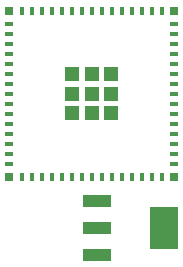
<source format=gbr>
%TF.GenerationSoftware,KiCad,Pcbnew,8.0.4*%
%TF.CreationDate,2024-12-20T20:39:33-05:00*%
%TF.ProjectId,SurroundSensePCB,53757272-6f75-46e6-9453-656e73655043,rev?*%
%TF.SameCoordinates,Original*%
%TF.FileFunction,Paste,Top*%
%TF.FilePolarity,Positive*%
%FSLAX46Y46*%
G04 Gerber Fmt 4.6, Leading zero omitted, Abs format (unit mm)*
G04 Created by KiCad (PCBNEW 8.0.4) date 2024-12-20 20:39:33*
%MOMM*%
%LPD*%
G01*
G04 APERTURE LIST*
%ADD10R,2.470000X0.980000*%
%ADD11R,2.470000X3.600000*%
%ADD12R,0.800000X0.400000*%
%ADD13R,0.400000X0.800000*%
%ADD14R,0.800000X0.800000*%
%ADD15R,1.200000X1.200000*%
G04 APERTURE END LIST*
D10*
%TO.C,U3*%
X136611000Y-95236000D03*
X136611000Y-97536000D03*
X136611000Y-99836000D03*
D11*
X142281000Y-97536000D03*
%TD*%
D12*
%TO.C,U1*%
X129163500Y-80257000D03*
X129163500Y-81107000D03*
X129163500Y-81957000D03*
X129163500Y-82807000D03*
X129163500Y-83657000D03*
X129163500Y-84507000D03*
X129163500Y-85357000D03*
X129163500Y-86207000D03*
X129163500Y-87057000D03*
X129163500Y-87907000D03*
X129163500Y-88757000D03*
X129163500Y-89607000D03*
X129163500Y-90457000D03*
X129163500Y-91307000D03*
X129163500Y-92157000D03*
D13*
X130188500Y-93232000D03*
X131038500Y-93232000D03*
X131888500Y-93232000D03*
X132738500Y-93232000D03*
X133588500Y-93232000D03*
X134438500Y-93232000D03*
X135288500Y-93232000D03*
X136138500Y-93232000D03*
X136988500Y-93232000D03*
X137838500Y-93232000D03*
X138688500Y-93232000D03*
X139538500Y-93232000D03*
X140388500Y-93232000D03*
X141238500Y-93232000D03*
X142088500Y-93232000D03*
D12*
X143113500Y-92157000D03*
X143113500Y-91307000D03*
X143113500Y-90457000D03*
X143113500Y-89607000D03*
X143113500Y-88757000D03*
X143113500Y-87907000D03*
X143113500Y-87057000D03*
X143113500Y-86207000D03*
X143113500Y-85357000D03*
X143113500Y-84507000D03*
X143113500Y-83657000D03*
X143113500Y-82807000D03*
X143113500Y-81957000D03*
X143113500Y-81107000D03*
X143113500Y-80257000D03*
D13*
X142088500Y-79182000D03*
X141238500Y-79182000D03*
X140388500Y-79182000D03*
X139538500Y-79182000D03*
X138688500Y-79182000D03*
X137838500Y-79182000D03*
X136988500Y-79182000D03*
X136138500Y-79182000D03*
X135288500Y-79182000D03*
X134438500Y-79182000D03*
X133588500Y-79182000D03*
X132738500Y-79182000D03*
X131888500Y-79182000D03*
X131038500Y-79182000D03*
X130188500Y-79182000D03*
D14*
X129138500Y-79207000D03*
X129138500Y-93207000D03*
D15*
X134488500Y-84557000D03*
X134488500Y-86207000D03*
X134488500Y-87857000D03*
X136138500Y-84557000D03*
X136138500Y-86207000D03*
X136138500Y-87857000D03*
X137788500Y-84557000D03*
X137788500Y-86207000D03*
X137788500Y-87857000D03*
D14*
X143138500Y-79207000D03*
X143138500Y-93207000D03*
%TD*%
M02*

</source>
